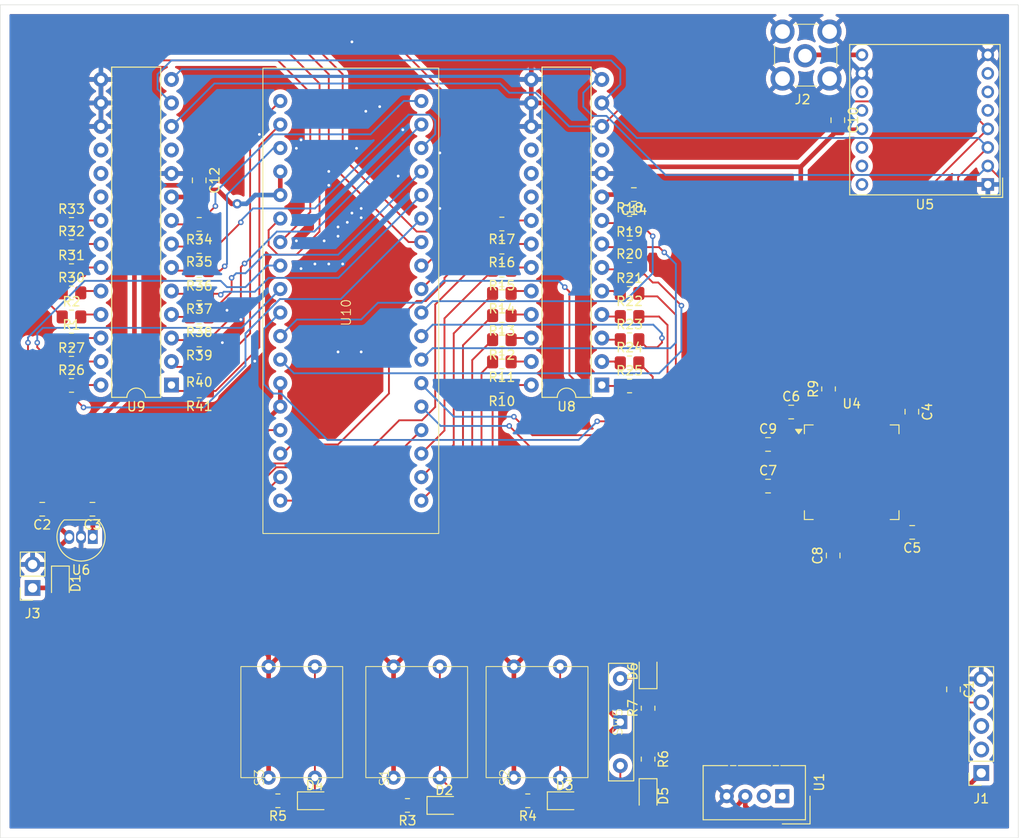
<source format=kicad_pcb>
(kicad_pcb (version 20240108) (generator "pcbnew") (generator_version "8.0")
  (layers (0 "F.Cu" signal) (31 "B.Cu" signal) (34 "B.Paste" user) (35 "F.Paste" user) (36 "B.SilkS" user "B.Silkscreen") (37 "F.SilkS" user "F.Silkscreen") (38 "B.Mask" user) (39 "F.Mask" user) (44 "Edge.Cuts" user))
  (net 0 "")
  (net 1 "GND")
  (net 2 "/mcu/RESET")
  (net 3 "+9V")
  (net 4 "+3V3")
  (net 5 "/mcu/SWCLK")
  (net 6 "/mcu/SWDIO")
  (net 7 "Net-(U5-ANT)")
  (net 8 "Net-(U9-GPA5)")
  (net 9 "Net-(U4-BOOT0)")
  (net 10 "Net-(U8-GPA7)")
  (net 11 "Net-(U10-dp1)")
  (net 12 "Net-(U8-GPA6)")
  (net 13 "Net-(U10-1g)")
  (net 14 "Net-(U8-GPA5)")
  (net 15 "Net-(U10-1f)")
  (net 16 "Net-(U8-GPA4)")
  (net 17 "Net-(U10-1e)")
  (net 18 "Net-(U8-GPA3)")
  (net 19 "Net-(U10-1d)")
  (net 20 "Net-(U8-GPA2)")
  (net 21 "Net-(U10-1c)")
  (net 22 "Net-(U10-1b)")
  (net 23 "Net-(U8-GPA1)")
  (net 24 "Net-(U8-GPA0)")
  (net 25 "Net-(U10-1a)")
  (net 26 "Net-(U10-dp2)")
  (net 27 "Net-(U8-GPB7)")
  (net 28 "Net-(U10-2g)")
  (net 29 "Net-(U8-GPB6)")
  (net 30 "Net-(U8-GPB5)")
  (net 31 "Net-(U10-2f)")
  (net 32 "Net-(U8-GPB4)")
  (net 33 "Net-(U10-2e)")
  (net 34 "Net-(U10-2d)")
  (net 35 "Net-(U8-GPB3)")
  (net 36 "Net-(U10-2c)")
  (net 37 "Net-(U8-GPB2)")
  (net 38 "Net-(U8-GPB1)")
  (net 39 "Net-(U10-2b)")
  (net 40 "Net-(U10-2a)")
  (net 41 "Net-(U8-GPB0)")
  (net 42 "Net-(U10-dp3)")
  (net 43 "Net-(U9-GPA7)")
  (net 44 "Net-(U10-3g)")
  (net 45 "Net-(U9-GPA6)")
  (net 46 "Net-(U10-3f)")
  (net 47 "Net-(U10-3d)")
  (net 48 "Net-(U9-GPA3)")
  (net 49 "Net-(U9-GPA2)")
  (net 50 "Net-(U10-3c)")
  (net 51 "Net-(U10-3b)")
  (net 52 "Net-(U9-GPA1)")
  (net 53 "Net-(U9-GPA0)")
  (net 54 "Net-(U10-3a)")
  (net 55 "Net-(U9-GPB7)")
  (net 56 "Net-(U10-dp4)")
  (net 57 "Net-(U10-4g)")
  (net 58 "Net-(U9-GPB6)")
  (net 59 "Net-(U9-GPB5)")
  (net 60 "Net-(U10-4f)")
  (net 61 "Net-(U9-GPB4)")
  (net 62 "Net-(U10-4e)")
  (net 63 "Net-(U9-GPB3)")
  (net 64 "Net-(U10-4d)")
  (net 65 "Net-(U9-GPB2)")
  (net 66 "Net-(U10-4c)")
  (net 67 "Net-(U10-4b)")
  (net 68 "Net-(U9-GPB1)")
  (net 69 "Net-(U9-GPB0)")
  (net 70 "Net-(U10-4a)")
  (net 71 "BTN_SEND_CODE")
  (net 72 "BTN_REQ_CODE")
  (net 73 "BTN_RELEASE_POD")
  (net 74 "TRISTATE_UP")
  (net 75 "TRISTATE_DOWN")
  (net 78 "RESET_IO")
  (net 86 "ADC_IN1")
  (net 94 "ADC_IN2")
  (net 97 "SCK")
  (net 98 "CS_IO3-4")
  (net 99 "MISO")
  (net 101 "MOSI")
  (net 110 "CS_IO1-2")
  (net 112 "RADIO_DONE")
  (net 114 "CS_RADIO")
  (net 127 "Net-(U10-3e)")
  (net 129 "Net-(U9-GPA4)")
  (net 130 "Net-(D2-K)")
  (net 131 "Net-(D3-K)")
  (net 132 "Net-(D4-K)")
  (net 133 "Net-(D5-K)")
  (net 134 "Net-(D6-K)")
  (net 135 "/power/batt")
  (footprint "Resistor_SMD:R_0805_2012Metric_Pad1.20x1.40mm_HandSolder" (layer "F.Cu") (at 26.7 44.72)
    (property "Reference" "R33")
    (property "Value" "470")
  )
  (footprint "Connector_PinSocket_2.54mm:PinSocket_1x05_P2.54mm_Vertical" (layer "F.Cu") (at 125 104 180)
    (property "Reference" "J1")
    (property "Value" "programmer")
  )
  (footprint "Resistor_SMD:R_0805_2012Metric_Pad1.20x1.40mm_HandSolder" (layer "F.Cu") (at 89 97 90)
    (property "Reference" "R7")
    (property "Value" "330")
  )
  (footprint "Resistor_SMD:R_0805_2012Metric_Pad1.20x1.40mm_HandSolder" (layer "F.Cu") (at 40.5 47.12 180)
    (property "Reference" "R35")
    (property "Value" "470")
  )
  (footprint "LED_SMD:LED_0805_2012Metric_Pad1.15x1.40mm_HandSolder" (layer "F.Cu") (at 89 93.025 90)
    (property "Reference" "D6")
    (property "Value" "LED")
  )
  (footprint "Capacitor_SMD:C_0805_2012Metric_Pad1.18x1.45mm_HandSolder" (layer "F.Cu") (at 109.5 33.4625 -90)
    (property "Reference" "C10")
    (property "Value" "100n")
  )
  (footprint "Resistor_SMD:R_0805_2012Metric_Pad1.20x1.40mm_HandSolder" (layer "F.Cu") (at 73.2 52.18 180)
    (property "Reference" "R14")
    (property "Value" "470")
  )
  (footprint "Capacitor_SMD:C_0805_2012Metric_Pad1.18x1.45mm_HandSolder" (layer "F.Cu") (at 101.9625 73)
    (property "Reference" "C7")
    (property "Value" "100n")
  )
  (footprint "Capacitor_SMD:C_0805_2012Metric_Pad1.18x1.45mm_HandSolder" (layer "F.Cu") (at 23.5375 75.5 180)
    (property "Reference" "C2")
    (property "Value" "0.33u")
  )
  (footprint "Capacitor_SMD:C_0805_2012Metric_Pad1.18x1.45mm_HandSolder" (layer "F.Cu") (at 117.5375 78 180)
    (property "Reference" "C5")
    (property "Value" "100n")
  )
  (footprint "Package_TO_SOT_THT:TO-92_Inline" (layer "F.Cu") (at 29 78.5 180)
    (property "Reference" "U6")
    (property "Value" "L78L33_TO92")
  )
  (footprint "Resistor_SMD:R_0805_2012Metric_Pad1.20x1.40mm_HandSolder" (layer "F.Cu") (at 26.7 59.72)
    (property "Reference" "R27")
    (property "Value" "470")
  )
  (footprint "Resistor_SMD:R_0805_2012Metric_Pad1.20x1.40mm_HandSolder" (layer "F.Cu") (at 73.2 47.18 180)
    (property "Reference" "R16")
    (property "Value" "470")
  )
  (footprint "digikey-footprints:RF_SMA_Vertical_5-1814832-1" (layer "F.Cu") (at 106.0675 26.425 180)
    (property "Reference" "J2")
    (property "Value" "5-1814832-1")
  )
  (footprint "Resistor_SMD:R_0805_2012Metric_Pad1.20x1.40mm_HandSolder" (layer "F.Cu") (at 40.5 49.72 180)
    (property "Reference" "R36")
    (property "Value" "470")
  )
  (footprint "Capacitor_SMD:C_0805_2012Metric_Pad1.18x1.45mm_HandSolder" (layer "F.Cu") (at 109 80.5 90)
    (property "Reference" "C8")
    (property "Value" "100n")
  )
  (footprint "Resistor_SMD:R_0805_2012Metric_Pad1.20x1.40mm_HandSolder" (layer "F.Cu") (at 26.7 47.12)
    (property "Reference" "R32")
    (property "Value" "470")
  )
  (footprint "Resistor_SMD:R_0805_2012Metric_Pad1.20x1.40mm_HandSolder" (layer "F.Cu") (at 26.7 49.72)
    (property "Reference" "R31")
    (property "Value" "470")
  )
  (footprint "Connector:NS-Tech_Grove_1x04_P2mm_Vertical" (layer "F.Cu") (at 103.5 106.5 -90)
    (property "Reference" "U1")
    (property "Value" "~")
  )
  (footprint "Resistor_SMD:R_0805_2012Metric_Pad1.20x1.40mm_HandSolder" (layer "F.Cu") (at 40.5 62.72 180)
    (property "Reference" "R41")
    (property "Value" "470")
  )
  (footprint "Resistor_SMD:R_0805_2012Metric_Pad1.20x1.40mm_HandSolder" (layer "F.Cu") (at 73.2 49.68 180)
    (property "Reference" "R15")
    (property "Value" "470")
  )
  (footprint "Capacitor_SMD:C_0805_2012Metric_Pad1.18x1.45mm_HandSolder" (layer "F.Cu") (at 117.5 64.9625 -90)
    (property "Reference" "C4")
    (property "Value" "100n")
  )
  (footprint "LED_SMD:LED_0805_2012Metric_Pad1.15x1.40mm_HandSolder" (layer "F.Cu") (at 52.975 107)
    (property "Reference" "D4")
    (property "Value" "LED")
  )
  (footprint "Resistor_SMD:R_0805_2012Metric_Pad1.20x1.40mm_HandSolder" (layer "F.Cu") (at 26.7 62.12)
    (property "Reference" "R26")
    (property "Value" "470")
  )
  (footprint "LED_SMD:LED_0805_2012Metric_Pad1.15x1.40mm_HandSolder" (layer "F.Cu") (at 89 106.475 -90)
    (property "Reference" "D5")
    (property "Value" "LED")
  )
  (footprint "Resistor_SMD:R_0805_2012Metric_Pad1.20x1.40mm_HandSolder" (layer "F.Cu") (at 73.2 62.18 180)
    (property "Reference" "R10")
    (property "Value" "470")
  )
  (footprint "Resistor_SMD:R_0805_2012Metric_Pad1.20x1.40mm_HandSolder" (layer "F.Cu") (at 63 107.5 180)
    (property "Reference" "R3")
    (property "Value" "330")
  )
  (footprint "RF_Module:HOPERF_RFM9XW_THT" (layer "F.Cu") (at 125.7075 40.4075 180)
    (property "Reference" "U5")
    (property "Value" "RFM98W-433S2")
  )
  (footprint "Resistor_SMD:R_0805_2012Metric_Pad1.20x1.40mm_HandSolder" (layer "F.Cu") (at 89 102.5 -90)
    (property "Reference" "R6")
    (property "Value" "330")
  )
  (footprint "sub:button" (layer "F.Cu") (at 74.5 104.5 90)
    (property "Reference" "S2")
    (property "Value" "~")
  )
  (footprint "Capacitor_SMD:C_0805_2012Metric_Pad1.18x1.45mm_HandSolder" (layer "F.Cu") (at 28.9625 75.5 180)
    (property "Reference" "C3")
    (property "Value" "0.1u")
  )
  (footprint "Resistor_SMD:R_0805_2012Metric_Pad1.20x1.40mm_HandSolder" (layer "F.Cu") (at 87 47.18)
    (property "Reference" "R19")
    (property "Value" "470")
  )
  (footprint "Resistor_SMD:R_0805_2012Metric_Pad1.20x1.40mm_HandSolder" (layer "F.Cu") (at 87 62.18)
    (property "Reference" "R25")
    (property "Value" "470")
  )
  (footprint "Package_DIP:DIP-28_W7.62mm" (layer "F.Cu") (at 37.5 62.08 180)
    (property "Reference" "U9")
    (property "Value" "MCP23S17_SP")
  )
  (footprint "LED_SMD:LED_0805_2012Metric_Pad1.15x1.40mm_HandSolder" (layer "F.Cu") (at 79.975 107)
    (property "Reference" "D3")
    (property "Value" "LED")
  )
  (footprint "Capacitor_SMD:C_0805_2012Metric_Pad1.18x1.45mm_HandSolder" (layer "F.Cu") (at 101.9625 68.5)
    (property "Reference" "C9")
    (property "Value" "100n")
  )
  (footprint "Resistor_SMD:R_0805_2012Metric_Pad1.20x1.40mm_HandSolder" (layer "F.Cu") (at 73.2 57.18 180)
    (property "Reference" "R12")
    (property "Value" "470")
  )
  (footprint "Resistor_SMD:R_0805_2012Metric_Pad1.20x1.40mm_HandSolder" (layer "F.Cu") (at 87 54.68)
    (property "Reference" "R22")
    (property "Value" "470")
  )
  (footprint "Resistor_SMD:R_0805_2012Metric_Pad1.20x1.40mm_HandSolder" (layer "F.Cu") (at 40.5 52.22 180)
    (property "Reference" "R37")
    (property "Value" "470")
  )
  (footprint "Resistor_SMD:R_0805_2012Metric_Pad1.20x1.40mm_HandSolder" (layer "F.Cu") (at 87 57.18)
    (property "Reference" "R23")
    (property "Value" "470")
  )
  (footprint "Resistor_SMD:R_0805_2012Metric_Pad1.20x1.40mm_HandSolder" (layer "F.Cu") (at 76 107 180)
    (property "Reference" "R4")
    (property "Value" "330")
  )
  (footprint "Package_QFP:LQFP-64_10x10mm_P0.5mm" (layer "F.Cu") (at 111 71.5)
    (property "Reference" "U4")
    (property "Value" "STM32L476RGTx")
  )
  (footprint "sub:seven_segment" (layer "F.Cu") (at 56.88 54.25 90)
    (property "Reference" "U10")
    (property "Value" "~")
  )
  (footprint "Resistor_SMD:R_0805_2012Metric_Pad1.20x1.40mm_HandSolder" (layer "F.Cu") (at 40.5 60.12 180)
    (property "Reference" "R40")
    (property "Value" "470")
  )
  (footprint "Resistor_SMD:R_0805_2012Metric_Pad1.20x1.40mm_HandSolder" (layer "F.Cu") (at 49 107 180)
    (property "Reference" "R5")
    (property "Value" "330")
  )
  (footprint "Resistor_SMD:R_0805_2012Metric_Pad1.20x1.40mm_HandSolder" (layer "F.Cu") (at 87 52.18)
    (property "Reference" "R21")
    (property "Value" "470")
  )
  (footprint "Resistor_SMD:R_0805_2012Metric_Pad1.20x1.40mm_HandSolder" (layer "F.Cu") (at 40.5 44.72 180)
    (property "Reference" "R34")
    (property "Value" "470")
  )
  (footprint "sub:spdt" (layer "F.Cu") (at 86.23 98.5 90)
    (property "Reference" "SW5")
    (property "Value" "SW_SPDT_MSM")
  )
  (footprint "Resistor_SMD:R_0805_2012Metric_Pad1.20x1.40mm_HandSolder" (layer "F.Cu") (at 108.5 62.5 90)
    (property "Reference" "R9")
    (property "Value" "10k")
  )
  (footprint "Resistor_SMD:R_0805_2012Metric_Pad1.20x1.40mm_HandSolder" (layer "F.Cu") (at 73.2 54.58 180)
    (property "Reference" "R13")
    (property "Value" "470")
  )
  (footprint "LED_SMD:LED_0805_2012Metric_Pad1.15x1.40mm_HandSolder" (layer "F.Cu") (at 25.5 83.5 -90)
    (property "Reference" "D1")
    (property "Value" "D")
  )
  (footprint "Resistor_SMD:R_0805_2012Metric_Pad1.20x1.40mm_HandSolder" (layer "F.Cu") (at 26.7 54.72)
    (property "Reference" "R2")
    (property "Value" "470")
  )
  (footprint "Capacitor_SMD:C_0805_2012Metric_Pad1.18x1.45mm_HandSolder" (layer "F.Cu") (at 40.5 39.9625 -90)
    (property "Reference" "C12")
    (property "Value" "100n")
  )
  (footprint "Resistor_SMD:R_0805_2012Metric_Pad1.20x1.40mm_HandSolder" (layer "F.Cu") (at 26.7 57.22)
    (property "Reference" "R1")
    (property "Value" "470")
  )
  (footprint "Resistor_SMD:R_0805_2012Metric_Pad1.20x1.40mm_HandSolder" (layer "F.Cu") (at 26.7 52.12)
    (property "Reference" "R30")
    (property "Value" "470")
  )
  (footprint "Resistor_SMD:R_0805_2012Metric_Pad1.20x1.40mm_HandSolder" (layer "F.Cu") (at 87 59.68)
    (property "Reference" "R24")
    (property "Value" "470")
  )
  (footprint "Resistor_SMD:R_0805_2012Metric_Pad1.20x1.40mm_HandSolder" (layer "F.Cu") (at 73.2 44.68 180)
    (property "Reference" "R17")
    (property "Value" "470")
  )
  (footprint "Package_DIP:DIP-28_W7.62mm" (layer "F.Cu") (at 84 62.08 180)
    (property "Reference" "U8")
    (property "Value" "MCP23S17_SP")
  )
  (footprint "LED_SMD:LED_0805_2012Metric_Pad1.15x1.40mm_HandSolder" (layer "F.Cu") (at 66.975 107.5)
    (property "Reference" "D2")
    (property "Value" "LED")
  )
  (footprint "sub:button" (layer "F.Cu") (at 48 104.5 90)
    (property "Reference" "S3")
    (property "Value" "~")
  )
  (footprint "Resistor_SMD:R_0805_2012Metric_Pad1.20x1.40mm_HandSolder" (layer "F.Cu") (at 87 44.58)
    (property "Reference" "R18")
    (property "Value" "470")
  )
  (footprint "sub:button" (layer "F.Cu") (at 61.5 104.5 90)
    (property "Reference" "S1")
    (property "Value" "~")
  )
  (footprint "Resistor_SMD:R_0805_2012Metric_Pad1.20x1.40mm_HandSolder" (layer "F.Cu") (at 87 49.58)
    (property "Reference" "R20")
    (property "Value" "470")
  )
  (footprint "Resistor_SMD:R_0805_2012Metric_Pad1.20x1.40mm_HandSolder" (layer "F.Cu") (at 40.5 54.72 180)
    (property "Reference" "R38")
    (property "Value" "470")
  )
  (footprint "Capacitor_SMD:C_0805_2012Metric_Pad1.18x1.45mm_HandSolder" (layer "F.Cu") (at 104.4625 65)
    (property "Reference" "C6")
    (property "Value" "100n")
  )
  (footprint "Resistor_SMD:R_0805_2012Metric_Pad1.20x1.40mm_HandSolder" (layer "F.Cu") (at 73.2 59.58 180)
    (property "Reference" "R11")
    (property "Value" "470")
  )
  (footprint "Connector_PinSocket_2.54mm:PinSocket_1x02_P2.54mm_Vertical" (layer "F.Cu") (at 22.5 84 180)
    (property "Reference" "J3")
    (property "Value" "9V")
  )
  (footprint "Resistor_SMD:R_0805_2012Metric_Pad1.20x1.40mm_HandSolder" (layer "F.Cu") (at 40.5 57.22 180)
    (property "Reference" "R39")
    (property "Value" "470")
  )
  (footprint "Capacitor_SMD:C_0805_2012Metric_Pad1.18x1.45mm_HandSolder" (layer "F.Cu") (at 87.4625 41.5 180)
    (property "Reference" "C14")
    (property "Value" "100n")
  )
  (footprint "Capacitor_SMD:C_0805_2012Metric_Pad1.18x1.45mm_HandSolder" (layer "F.Cu") (at 122 94.9625 -90)
    (property "Reference" "C1")
    (property "Value" "100n")
  )
  (gr_rect (start 19 21) (end 129 111) (stroke (width 0.05)) (fill none) (layer "Edge.Cuts"))
  (via (at 62.5 34.5) (size 0.6) (drill 0.3) (layers "F.Cu" "B.Cu") (net 1))
  (via (at 54.5 49) (size 0.6) (drill 0.3) (layers "F.Cu" "B.Cu") (net 1))
  (via (at 55.5 58.5) (size 0.6) (drill 0.3) (layers "F.Cu" "B.Cu") (net 1))
  (via (at 54 46.5) (size 0.6) (drill 0.3) (layers "F.Cu" "B.Cu") (net 1))
  (via (at 58 44) (size 0.6) (drill 0.3) (layers "F.Cu" "B.Cu") (net 1))
  (via (at 55.5 46) (size 0.6) (drill 0.3) (layers "F.Cu" "B.Cu") (net 1))
  (via (at 43.5 54) (size 0.6) (drill 0.3) (layers "F.Cu" "B.Cu") (net 1))
  (via (at 51.5 35.592) (size 0.6) (drill 0.3) (layers "F.Cu" "B.Cu") (net 1))
  (via (at 66.5 37) (size 0.6) (drill 0.3) (layers "F.Cu" "B.Cu") (net 1))
  (via (at 54.5 39) (size 0.6) (drill 0.3) (layers "F.Cu" "B.Cu") (net 1))
  (via (at 53 49) (size 0.6) (drill 0.3) (layers "F.Cu" "B.Cu") (net 1))
  (via (at 51 36.5) (size 0.6) (drill 0.3) (layers "F.Cu" "B.Cu") (net 1))
  (via (at 57.5 36.5) (size 0.6) (drill 0.3) (layers "F.Cu" "B.Cu") (net 1))
  (via (at 45 55) (size 0.6) (drill 0.3) (layers "F.Cu" "B.Cu") (net 1))
  (via (at 54.5 40.5) (size 0.6) (drill 0.3) (layers "F.Cu" "B.Cu") (net 1))
  (via (at 55.5 45) (size 0.6) (drill 0.3) (layers "F.Cu" "B.Cu") (net 1))
  (via (at 56 49) (size 0.6) (drill 0.3) (layers "F.Cu" "B.Cu") (net 1))
  (via (at 60 32) (size 0.6) (drill 0.3) (layers "F.Cu" "B.Cu") (net 1))
  (via (at 62 39.5) (size 0.6) (drill 0.3) (layers "F.Cu" "B.Cu") (net 1))
  (via (at 57 25) (size 0.6) (drill 0.3) (layers "F.Cu" "B.Cu") (net 1))
  (via (at 58 58.5) (size 0.6) (drill 0.3) (layers "F.Cu" "B.Cu") (net 1))
  (via (at 58.5 32.5) (size 0.6) (drill 0.3) (layers "F.Cu" "B.Cu") (net 1))
  (via (at 46.5 59.5) (size 0.6) (drill 0.3) (layers "F.Cu" "B.Cu") (net 1))
  (via (at 40.5 53.5) (size 0.6) (drill 0.3) (layers "F.Cu" "B.Cu") (net 1))
  (via (at 56.5 44.5) (size 0.6) (drill 0.3) (layers "F.Cu" "B.Cu") (net 1))
  (via (at 51 46.5) (size 0.6) (drill 0.3) (layers "F.Cu" "B.Cu") (net 1))
  (via (at 51.5 49.5) (size 0.6) (drill 0.3) (layers "F.Cu" "B.Cu") (net 1))
  (via (at 58 43) (size 0.6) (drill 0.3) (layers "F.Cu" "B.Cu") (net 1))
  (via (at 66.5 43) (size 0.6) (drill 0.3) (layers "F.Cu" "B.Cu") (net 1))
  (via (at 40.5 58.5) (size 0.6) (drill 0.3) (layers "F.Cu" "B.Cu") (net 1))
  (via (at 47 35) (size 0.6) (drill 0.3) (layers "F.Cu" "B.Cu") (net 1))
  (via (at 43 57.5) (size 0.6) (drill 0.3) (layers "F.Cu" "B.Cu") (net 1))
  (via (at 57 43.5) (size 0.6) (drill 0.3) (layers "F.Cu" "B.Cu") (net 1))
  (segment (start 125 96.38) (end 122.38 96.38) (width 0.2) (layer "F.Cu") (net 2))
  (segment (start 122.38 96.38) (end 122 96) (width 0.2) (layer "F.Cu") (net 2))
  (segment (start 25.5 82.475) (end 25.5 79.455) (width 0.5) (layer "F.Cu") (net 3))
  (segment (start 25.5 79.455) (end 26.455 78.5) (width 0.5) (layer "F.Cu") (net 3))
  (segment (start 24.575 76.615) (end 26.46 78.5) (width 0.5) (layer "F.Cu") (net 3))
  (segment (start 24.575 75.5) (end 24.575 76.615) (width 0.5) (layer "F.Cu") (net 3))
  (segment (start 49.26 41.55) (end 49.26 39.01) (width 0.5) (layer "F.Cu") (net 4))
  (segment (start 115.575 78) (end 114.75 77.175) (width 0.2) (layer "F.Cu") (net 4))
  (segment (start 37.5 41.76) (end 39.24 41.76) (width 0.5) (layer "F.Cu") (net 4))
  (segment (start 30 75.5) (end 32.17 75.5) (width 0.5) (layer "F.Cu") (net 4))
  (segment (start 106.425 65) (end 107.25 65.825) (width 0.2) (layer "F.Cu") (net 4))
  (segment (start 109 79.4625) (end 108.25 78.7125) (width 0.2) (layer "F.Cu") (net 4))
  (segment (start 48 104.5) (end 48 92.5) (width 0.5) (layer "F.Cu") (net 4))
  (segment (start 61.5 92.5) (end 64 90) (width 0.5) (layer "F.Cu") (net 4))
  (segment (start 100.92237 109) (end 120 109) (width 0.5) (layer "F.Cu") (net 4))
  (segment (start 117.5 66.925) (end 117.5 66) (width 0.2) (layer "F.Cu") (net 4))
  (segment (start 42.5 41) (end 44 42.5) (width 0.5) (layer "F.Cu") (net 4))
  (segment (start 84.26 41.5) (end 84 41.76) (width 0.5) (layer "F.Cu") (net 4))
  (segment (start 99.012 107.126291) (end 99.012 106.988) (width 0.5) (layer "F.Cu") (net 4))
  (segment (start 74.5 104.5) (end 74.5 92.5) (width 0.5) (layer "F.Cu") (net 4))
  (segment (start 74.5 92.5) (end 77.5 89.5) (width 0.5) (layer "F.Cu") (net 4))
  (segment (start 120 109) (end 125 104) (width 0.5) (layer "F.Cu") (net 4))
  (segment (start 83 95.5) (end 86 98.5) (width 0.5) (layer "F.Cu") (net 4))
  (segment (start 114.5 79.5) (end 114.75 79.25) (width 0.2) (layer "F.Cu") (net 4))
  (segment (start 114.75 77.175) (end 114.75 79.25) (width 0.2) (layer "F.Cu") (net 4))
  (segment (start 99.5 107.57763) (end 100.92237 109) (width 0.5) (layer "F.Cu") (net 4))
  (segment (start 105.5 38.5) (end 105.5 65) (width 0.5) (layer "F.Cu") (net 4))
  (segment (start 109.5 34.5) (end 112.015 34.5) (width 0.5) (layer "F.Cu") (net 4))
  (segment (start 39.24 41.76) (end 40 41) (width 0.5) (layer "F.Cu") (net 4))
  (segment (start 77.5 89.5) (end 80 89.5) (width 0.5) (layer "F.Cu") (net 4))
  (segment (start 30 75.5) (end 29.005 76.495) (width 0.5) (layer "F.Cu") (net 4))
  (segment (start 103 73) (end 103.75 73.75) (width 0.2) (layer "F.Cu") (net 4))
  (segment (start 103.75 67.75) (end 105.325 67.75) (width 0.2) (layer "F.Cu") (net 4))
  (segment (start 33.5 62) (end 30 65.5) (width 0.5) (layer "F.Cu") (net 4))
  (segment (start 50.5 90) (end 48 92.5) (width 0.5) (layer "F.Cu") (net 4))
  (segment (start 64 90) (end 72 90) (width 0.5) (layer "F.Cu") (net 4))
  (segment (start 35.17 78.5) (end 48 91.33) (width 0.5) (layer "F.Cu") (net 4))
  (segment (start 103 68.5) (end 103.75 67.75) (width 0.2) (layer "F.Cu") (net 4))
  (segment (start 85.325 108.825) (end 97.313291 108.825) (width 0.5) (layer "F.Cu") (net 4))
  (segment (start 113.5 79.5) (end 112.75 78.75) (width 0.2) (layer "F.Cu") (net 4))
  (segment (start 40.5 41) (end 39.5 41) (width 0.5) (layer "F.Cu") (net 4))
  (segment (start 108.25 78.7125) (end 108.25 77.175) (width 0.2) (layer "F.Cu") (net 4))
  (segment (start 105.5 38.5) (end 88.4625 38.5) (width 0.5) (layer "F.Cu") (net 4))
  (segment (start 109.5 34.5) (end 105.5 38.5) (width 0.5) (layer "F.Cu") (net 4))
  (segment (start 83.5 101) (end 83.5 107) (width 0.5) (layer "F.Cu") (net 4))
  (segment (start 99.5 106.5) (end 99.5 107.57763) (width 0.5) (layer "F.Cu") (net 4))
  (segment (start 86.425 41.5) (end 84.26 41.5) (width 0.5) (layer "F.Cu") (net 4))
  (segment (start 61.5 104.5) (end 61.5 92.5) (width 0.5) (layer "F.Cu") (net 4))
  (segment (start 40.5 41) (end 42.5 41) (width 0.5) (layer "F.Cu") (net 4))
  (segment (start 44 42.5) (end 44.6 42.5) (width 0.5) (layer "F.Cu") (net 4))
  (segment (start 80 89.5) (end 83 92.5) (width 0.5) (layer "F.Cu") (net 4))
  (segment (start 112.015 34.5) (end 112.1075 34.4075) (width 0.5) (layer "F.Cu") (net 4))
  (segment (start 116.675 67.75) (end 117.5 66.925) (width 0.2) (layer "F.Cu") (net 4))
  (segment (start 30 65.5) (end 30 75.5) (width 0.5) (layer "F.Cu") (net 4))
  (segment (start 112.75 78.75) (end 112.75 77.175) (width 0.2) (layer "F.Cu") (net 4))
  (segment (start 86.425 40.5375) (end 86.425 41.5) (width 0.5) (layer "F.Cu") (net 4))
  (segment (start 59 90) (end 50.5 90) (width 0.5) (layer "F.Cu") (net 4))
  (segment (start 83.5 107) (end 85.325 108.825) (width 0.5) (layer "F.Cu") (net 4))
  (segment (start 116.5 78) (end 115.575 78) (width 0.2) (layer "F.Cu") (net 4))
  (segment (start 72 90) (end 74.5 92.5) (width 0.5) (layer "F.Cu") (net 4))
  (segment (start 29 76.5) (end 30 75.5) (width 0.5) (layer "F.Cu") (net 4))
  (segment (start 86 98.5) (end 83.5 101) (width 0.5) (layer "F.Cu") (net 4))
  (segment (start 35.5 40.5) (end 33.5 42.5) (width 0.5) (layer "F.Cu") (net 4))
  (segment (start 99.012 106.988) (end 99.5 106.5) (width 0.5) (layer "F.Cu") (net 4))
  (segment (start 29 78.5) (end 29 76.5) (width 0.5) (layer "F.Cu") (net 4))
  (segment (start 83 92.5) (end 83 95.5) (width 0.5) (layer "F.Cu") (net 4))
  (segment (start 32.17 75.5) (end 35.17 78.5) (width 0.5) (layer "F.Cu") (net 4))
  (segment (start 49.26 64.41) (end 35.17 78.5) (width 0.5) (layer "F.Cu") (net 4))
  (segment (start 29.005 76.495) (end 29.005 78.5) (width 0.5) (layer "F.Cu") (net 4))
  (segment (start 33.5 42.5) (end 33.5 62) (width 0.5) (layer "F.Cu") (net 4))
  (segment (start 49.26 61.87) (end 49.26 64.41) (width 0.5) (layer "F.Cu") (net 4))
  (segment (start 61.5 92.5) (end 59 90) (width 0.5) (layer "F.Cu") (net 4))
  (segment (start 105.5 65) (end 106.425 65) (width 0.2) (layer "F.Cu") (net 4))
  (segment (start 39 40.5) (end 35.5 40.5) (width 0.5) (layer "F.Cu") (net 4))
  (segment (start 97.313291 108.825) (end 99.012 107.126291) (width 0.5) (layer "F.Cu") (net 4))
  (segment (start 48 91.33) (end 48 92.5) (width 0.5) (layer "F.Cu") (net 4))
  (segment (start 88.4625 38.5) (end 86.425 40.5375) (width 0.5) (layer "F.Cu") (net 4))
  (segment (start 39.5 41) (end 39 40.5) (width 0.5) (layer "F.Cu") (net 4))
  (segment (start 114.5 79.5) (end 113.5 79.5) (width 0.2) (layer "F.Cu") (net 4))
  (segment (start 103.75 73.75) (end 105.325 73.75) (width 0.2) (layer "F.Cu") (net 4))
  (via (at 44.6 42.5) (size 1) (drill 0.5) (layers "F.Cu" "B.Cu") (net 4))
  (segment (start 45.606023 42.5) (end 46.556023 41.55) (width 0.5) (layer "B.Cu") (net 4))
  (segment (start 44.6 42.5) (end 45.606023 42.5) (width 0.5) (layer "B.Cu") (net 4))
  (segment (start 46.556023 41.55) (end 49.26 41.55) (width 0.5) (layer "B.Cu") (net 4))
  (segment (start 112.1075 26.4075) (end 106.06 26.4075) (width 0.5) (layer "F.Cu") (net 7))
  (segment (start 106.06 26.4075) (end 105.9675 26.5) (width 0.5) (layer "F.Cu") (net 7))
  (segment (start 105.9675 26.5) (end 105.955 26.4875) (width 0.5) (layer "F.Cu") (net 7))
  (segment (start 27.92 57) (end 27.7 57.22) (width 0.2) (layer "F.Cu") (net 8))
  (segment (start 29.88 57) (end 27.92 57) (width 0.2) (layer "F.Cu") (net 8))
  (segment (start 109.25 65.825) (end 109.25 64.25) (width 0.2) (layer "F.Cu") (net 9))
  (segment (start 109.25 64.25) (end 108.5 63.5) (width 0.2) (layer "F.Cu") (net 9))
  (segment (start 76.38 62.08) (end 74.3 62.08) (width 0.2) (layer "F.Cu") (net 10))
  (segment (start 74.3 62.08) (end 74.2 62.18) (width 0.2) (layer "F.Cu") (net 10))
  (segment (start 65.5 79) (end 47.5 79) (width 0.2) (layer "F.Cu") (net 11))
  (segment (start 48.820105 70.968) (end 60.482 70.968) (width 0.2) (layer "F.Cu") (net 11))
  (segment (start 72.2 62.18) (end 72.2 72.3) (width 0.2) (layer "F.Cu") (net 11))
  (segment (start 72.2 72.3) (end 65.5 79) (width 0.2) (layer "F.Cu") (net 11))
  (segment (start 46 77.5) (end 46 73.788105) (width 0.2) (layer "F.Cu") (net 11))
  (segment (start 47.5 79) (end 46 77.5) (width 0.2) (layer "F.Cu") (net 11))
  (segment (start 60.482 70.968) (end 64.5 66.95) (width 0.2) (layer "F.Cu") (net 11))
  (segment (start 46 73.788105) (end 48.820105 70.968) (width 0.2) (layer "F.Cu") (net 11))
  (segment (start 74.24 59.54) (end 74.2 59.58) (width 0.2) (layer "F.Cu") (net 12))
  (segment (start 76.38 59.54) (end 74.24 59.54) (width 0.2) (layer "F.Cu") (net 12))
  (segment (start 47.5 76) (end 47.5 73.79) (width 0.2) (layer "F.Cu") (net 13))
  (segment (start 65 78) (end 49.5 78) (width 0.2) (layer "F.Cu") (net 13))
  (segment (start 49.5 78) (end 47.5 76) (width 0.2) (layer "F.Cu") (net 13))
  (segment (start 71 72) (end 65 78) (width 0.2) (layer "F.Cu") (net 13))
  (segment (start 47.5 73.79) (end 49.26 72.03) (width 0.2) (layer "F.Cu") (net 13))
  (segment (start 72.2 59.58) (end 71 60.78) (width 0.2) (layer "F.Cu") (net 13))
  (segment (start 71 60.78) (end 71 72) (width 0.2) (layer "F.Cu") (net 13))
  (segment (start 76.38 57) (end 74.38 57) (width 0.2) (layer "F.Cu") (net 14))
  (segment (start 74.38 57) (end 74.2 57.18) (width 0.2) (layer "F.Cu") (net 14))
  (segment (start 70 59.38) (end 70 71.5) (width 0.2) (layer "F.Cu") (net 15))
  (segment (start 64.5 77) (end 53 77) (width 0.2) (layer "F.Cu") (net 15))
  (segment (start 50.57 74.57) (end 49.26 74.57) (width 0.2) (layer "F.Cu") (net 15))
  (segment (start 53 77) (end 50.57 74.57) (width 0.2) (layer "F.Cu") (net 15))
  (segment (start 72.2 57.18) (end 70 59.38) (width 0.2) (layer "F.Cu") (net 15))
  (segment (start 70 71.5) (end 64.5 77) (width 0.2) (layer "F.Cu") (net 15))
  (segment (start 74.32 54.46) (end 74.2 54.58) (width 0.2) (layer "F.Cu") (net 16))
  (segment (start 76.38 54.46) (end 74.32 54.46) (width 0.2) (layer "F.Cu") (net 16))
  (segment (start 72.2 54.58) (end 69 57.78) (width 0.2) (layer "F.Cu") (net 17))
  (segment (start 69 70.07) (end 64.5 74.57) (width 0.2) (layer "F.Cu") (net 17))
  (segment (start 69 57.78) (end 69 70.07) (width 0.2) (layer "F.Cu") (net 17))
  (segment (start 76.38 51.92) (end 74.46 51.92) (width 0.2) (layer "F.Cu") (net 18))
  (segment (start 74.46 51.92) (end 74.2 52.18) (width 0.2) (layer "F.Cu") (net 18))
  (segment (start 72.2 52.18) (end 72.2 52.3) (width 0.2) (layer "F.Cu") (net 19))
  (segment (start 68 68.53) (end 64.5 72.03) (width 0.2) (layer "F.Cu") (net 19))
  (segment (start 72.2 52.3) (end 68 56.5) (width 0.2) (layer "F.Cu") (net 19))
  (segment (start 68 56.5) (end 68 68.53) (width 0.2) (layer "F.Cu") (net 19))
  (segment (start 76.38 49.38) (end 74.5 49.38) (width 0.2) (layer "F.Cu") (net 20))
  (segment (start 74.5 49.38) (end 74.2 49.68) (width 0.2) (layer "F.Cu") (net 20))
  (segment (start 67 66.99) (end 64.5 69.49) (width 0.2) (layer "F.Cu") (net 21))
  (segment (start 72.2 49.68) (end 67 54.88) (width 0.2) (layer "F.Cu") (net 21))
  (segment (start 67 54.88) (end 67 66.99) (width 0.2) (layer "F.Cu") (net 21))
  (segment (start 47 69.5) (end 47 68) (width 0.2) (layer "F.Cu") (net 22))
  (segment (start 48.05 66.95) (end 49.26 66.95) (width 0.2) (layer "F.Cu") (net 22))
  (segment (start 66 53.38) (end 66 64.451895) (width 0.2) (layer "F.Cu") (net 22))
  (segment (start 66 64.451895) (end 64.563895 65.888) (width 0.2) (layer "F.Cu") (net 22))
  (segment (start 72.2 47.18) (end 66 53.38) (width 0.2) (layer "F.Cu") (net 22))
  (segment (start 51.448 70.552) (end 48.052 70.552) (width 0.2) (layer "F.Cu") (net 22))
  (segment (start 58.5 69.5) (end 52.5 69.5) (width 0.2) (layer "F.Cu") (net 22))
  (segment (start 47 68) (end 48.05 66.95) (width 0.2) (layer "F.Cu") (net 22))
  (segment (start 48.052 70.552) (end 47 69.5) (width 0.2) (layer "F.Cu") (net 22))
  (segment (start 52.5 69.5) (end 51.448 70.552) (width 0.2) (layer "F.Cu") (net 22))
  (segment (start 64.563895 65.888) (end 62.112 65.888) (width 0.2) (layer "F.Cu") (net 22))
  (segment (start 62.112 65.888) (end 58.5 69.5) (width 0.2) (layer "F.Cu") (net 22))
  (segment (start 74.54 46.84) (end 74.2 47.18) (width 0.2) (layer "F.Cu") (net 23))
  (segment (start 76.38 46.84) (end 74.54 46.84) (width 0.2) (layer "F.Cu") (net 23))
  (segment (start 74.58 44.3) (end 74.2 44.68) (width 0.2) (layer "F.Cu") (net 24))
  (segment (start 76.38 44.3) (end 74.58 44.3) (width 0.2) (layer "F.Cu") (net 24))
  (segment (start 64 53) (end 61 56) (width 0.2) (layer "F.Cu") (net 25))
  (segment (start 72.2 44.68) (end 72.2 45.3) (width 0.2) (layer "F.Cu") (net 25))
  (segment (start 55.5 68.5) (end 50.52 68.5) (width 0.2) (layer "F.Cu") (net 25))
  (segment (start 67 51) (end 65 53) (width 0.2) (layer "F.Cu") (net 25))
  (segment (start 72.2 45.3) (end 67 50.5) (width 0.2) (layer "F.Cu") (net 25))
  (segment (start 61 63) (end 55.5 68.5) (width 0.2) (layer "F.Cu") (net 25))
  (segment (start 61 56) (end 61 63) (width 0.2) (layer "F.Cu") (net 25))
  (segment (start 67 50.5) (end 67 51) (width 0.2) (layer "F.Cu") (net 25))
  (segment (start 65 53) (end 64 53) (width 0.2) (layer "F.Cu") (net 25))
  (segment (start 50.52 68.5) (end 49.26 69.76) (width 0.2) (layer "F.Cu") (net 25))
  (segment (start 88.08 44.58) (end 88 44.58) (width 0.2) (layer "F.Cu") (net 26))
  (segment (start 89.5 46) (end 88.08 44.58) (width 0.2) (layer "F.Cu") (net 26))
  (via (at 89.5 46) (size 0.6) (drill 0.3) (layers "F.Cu" "B.Cu") (net 26))
  (segment (start 89.5 46) (end 89.5 50) (width 0.2) (layer "B.Cu") (net 26))
  (segment (start 86.48 53.02) (end 65.73 53.02) (width 0.2) (layer "B.Cu") (net 26))
  (segment (start 65.73 53.02) (end 64.5 54.25) (width 0.2) (layer "B.Cu") (net 26))
  (segment (start 89.5 50) (end 86.48 53.02) (width 0.2) (layer "B.Cu") (net 26))
  (segment (start 84.28 44.58) (end 84 44.3) (width 0.2) (layer "F.Cu") (net 27))
  (segment (start 86 44.58) (end 84.28 44.58) (width 0.2) (layer "F.Cu") (net 27))
  (segment (start 90.18 47.18) (end 88 47.18) (width 0.2) (layer "F.Cu") (net 28))
  (segment (start 90.75 47.75) (end 90.18 47.18) (width 0.2) (layer "F.Cu") (net 28))
  (via (at 90.75 47.75) (size 0.6) (drill 0.3) (layers "F.Cu" "B.Cu") (net 28))
  (segment (start 90.75 47.75) (end 92 49) (width 0.2) (layer "B.Cu") (net 28))
  (segment (start 65.73 58.1) (end 64.5 59.33) (width 0.2) (layer "B.Cu") (net 28))
  (segment (start 92 49) (end 92 57.5) (width 0.2) (layer "B.Cu") (net 28))
  (segment (start 91.4 58.1) (end 65.73 58.1) (width 0.2) (layer "B.Cu") (net 28))
  (segment (start 92 57.5) (end 91.4 58.1) (width 0.2) (layer "B.Cu") (net 28))
  (segment (start 86 47.18) (end 84.34 47.18) (width 0.2) (layer "F.Cu") (net 29))
  (segment (start 84.34 47.18) (end 84 46.84) (width 0.2) (layer "F.Cu") (net 29))
  (segment (start 86 49.58) (end 84.2 49.58) (width 0.2) (layer "F.Cu") (net 30))
  (segment (start 84.2 49.58) (end 84 49.38) (width 0.2) (layer "F.Cu") (net 30))
  (segment (start 90.1 51) (end 89.5 51) (width 0.2) (layer "F.Cu") (net 31))
  (segment (start 92.6 53.5) (end 90.1 51) (width 0.2) (layer "F.Cu") (net 31))
  (segment (start 89.5 51) (end 88.08 49.58) (width 0.2) (layer "F.Cu") (net 31))
  (segment (start 88.08 49.58) (end 88 49.58) (width 0.2) (layer "F.Cu") (net 31))
  (via (at 92.6 53.5) (size 0.6) (drill 0.3) (layers "F.Cu" "B.Cu") (net 31))
  (segment (start 90.192 60.808) (end 50.738 60.808) (width 0.2) (layer "B.Cu") (net 31))
  (segment (start 92.6 53.5) (end 92.6 58.4) (width 0.2) (layer "B.Cu") (net 31))
  (segment (start 92.6 58.4) (end 90.192 60.808) (width 0.2) (layer "B.Cu") (net 31))
  (segment (start 50.738 60.808) (end 49.26 59.33) (width 0.2) (layer "B.Cu") (net 31))
  (segment (start 86 52.18) (end 85.5 52.18) (width 0.2) (layer "F.Cu") (net 32))
  (segment (start 85.5 52.18) (end 85.24 51.92) (width 0.2) (layer "F.Cu") (net 32))
  (segment (start 85.24 51.92) (end 84 51.92) (width 0.2) (layer "F.Cu") (net 32))
  (segment (start 88 52.18) (end 88.32 52.5) (width 0.2) (layer "F.Cu") (net 33))
  (segment (start 90 52.5) (end 92 54.5) (width 0.2) (layer "F.Cu") (net 33))
  (segment (start 92 63) (end 86 69) (width 0.2) (layer "F.Cu") (net 33))
  (segment (start 76.5 69) (end 74 66.5) (width 0.2) (layer "F.Cu") (net 33))
  (segment (start 92 54.5) (end 92 63) (width 0.2) (layer "F.Cu") (net 33))
  (segment (start 86 69) (end 76.5 69) (width 0.2) (layer "F.Cu") (net 33))
  (segment (start 88.32 52.5) (end 90 52.5) (width 0.2) (layer "F.Cu") (net 33))
  (via (at 74 66.5) (size 0.6) (drill 0.3) (layers "F.Cu" "B.Cu") (net 33))
  (segment (start 74 66.5) (end 66.59 66.5) (width 0.2) (layer "B.Cu") (net 33))
  (segment (start 66.59 66.5) (end 64.5 64.41) (width 0.2) (layer "B.Cu") (net 33))
  (segment (start 90.18 54.68) (end 91.1 55.6) (width 0.2) (layer "F.Cu") (net 34))
  (segment (start 76.5 67.5) (end 74.5 65.5) (width 0.2) (layer "F.Cu") (net 34))
  (segment (start 91.1 55.6) (end 91.1 62.4) (width 0.2) (layer "F.Cu") (net 34))
  (segment (start 86 67.5) (end 76.5 67.5) (width 0.2) (layer "F.Cu") (net 34))
  (segment (start 91.1 62.4) (end 86 67.5) (width 0.2) (layer "F.Cu") (net 34))
  (segment (start 88 54.68) (end 90.18 54.68) (width 0.2) (layer "F.Cu") (net 34))
  (via (at 74.5 65.5) (size 0.6) (drill 0.3) (layers "F.Cu" "B.Cu") (net 34))
  (segment (start 64.5 62) (end 64.5 61.87) (width 0.2) (layer "B.Cu") (net 34))
  (segment (start 74.5 65.5) (end 68 65.5) (width 0.2) (layer "B.Cu") (net 34))
  (segment (start 68 65.5) (end 64.5 62) (width 0.2) (layer "B.Cu") (net 34))
  (segment (start 86 54.68) (end 84.22 54.68) (width 0.2) (layer "F.Cu") (net 35))
  (segment (start 84.22 54.68) (end 84 54.46) (width 0.2) (layer "F.Cu") (net 35))
  (segment (start 88.82 58) (end 88 57.18) (width 0.2) (layer "F.Cu") (net 36))
  (segment (start 90.5 57.5) (end 90 58) (width 0.2) (layer "F.Cu") (net 36))
  (segment (start 90 58) (end 88.82 58) (width 0.2) (layer "F.Cu") (net 36))
  (segment (start 90.5 57) (end 90.5 57.5) (width 0.2) (layer "F.Cu") (net 36))
  (via (at 90.5 57) (size 0.6) (drill 0.3) (layers "F.Cu" "B.Cu") (net 36))
  (segment (start 90.5 57) (end 90.5 56.5) (width 0.2) (layer "B.Cu") (net 36))
  (segment (start 89.56 55.56) (end 65.73 55.56) (width 0.2) (layer "B.Cu") (net 36))
  (segment (start 90.5 56.5) (end 89.56 55.56) (width 0.2) (layer "B.Cu") (net 36))
  (segment (start 65.73 55.56) (end 64.5 56.79) (width 0.2) (layer "B.Cu") (net 36))
  (segment (start 84.18 57.18) (end 84 57) (width 0.2) (layer "F.Cu") (net 37))
  (segment (start 86 57.18) (end 84.18 57.18) (width 0.2) (layer "F.Cu") (net 37))
  (segment (start 85.5 59.68) (end 85.36 59.54) (width 0.2) (layer "F.Cu") (net 38))
  (segment (start 85.36 59.54) (end 84 59.54) (width 0.2) (layer "F.Cu") (net 38))
  (segment (start 86 59.68) (end 85.5 59.68) (width 0.2) (layer "F.Cu") (net 38))
  (segment (start 83.5 66) (end 86 66) (width 0.2) (layer "F.Cu") (net 39))
  (segment (start 86 66) (end 89.5 62.5) (width 0.2) (layer "F.Cu") (net 39))
  (segment (start 89.5 61.18) (end 88 59.68) (width 0.2) (layer "F.Cu") (net 39))
  (segment (start 89.5 62.5) (end 89.5 61.18) (width 0.2) (layer "F.Cu") (net 39))
  (via (at 83.5 66) (size 0.6) (drill 0.3) (layers "F.Cu" "B.Cu") (net 39))
  (segment (start 49.351895 63) (end 48.5 63) (width 0.2) (layer "B.Cu") (net 39))
  (segment (start 47.5 62) (end 47.5 56.01) (width 0.2) (layer "B.Cu") (net 39))
  (segment (start 54.363895 68.012) (end 49.351895 63) (width 0.2) (layer "B.Cu") (net 39))
  (segment (start 83.5 66) (end 81.488 68.012) (width 0.2) (layer "B.Cu") (net 39))
  (segment (start 47.5 56.01) (end 49.26 54.25) (width 0.2) (layer "B.Cu") (net 39))
  (segment (start 81.488 68.012) (end 54.363895 68.012) (width 0.2) (layer "B.Cu") (net 39))
  (segment (start 48.5 63) (end 47.5 62) (width 0.2) (layer "B.Cu") (net 39))
  (segment (start 80.5 61) (end 80.5 52) (width 0.2) (layer "F.Cu") (net 40))
  (segment (start 80.5 52) (end 80 51.5) (width 0.2) (layer "F.Cu") (net 40))
  (segment (start 84 64.5) (end 80.5 61) (width 0.2) (layer "F.Cu") (net 40))
  (segment (start 88 62.18) (end 85.68 64.5) (width 0.2) (layer "F.Cu") (net 40))
  (segment (start 85.68 64.5) (end 84 64.5) (width 0.2) (layer "F.Cu") (net 40))
  (via (at 80 51.5) (size 0.6) (drill 0.3) (layers "F.Cu" "B.Cu") (net 40))
  (segment (start 59.812 53.188) (end 58 55) (width 0.2) (layer "B.Cu") (net 40))
  (segment (start 64.523895 53.188) (end 59.812 53.188) (width 0.2) (layer "B.Cu") (net 40))
  (segment (start 51.05 55) (end 49.26 56.79) (width 0.2) (layer "B.Cu") (net 40))
  (segment (start 58 55) (end 51.05 55) (width 0.2) (layer "B.Cu") (net 40))
  (segment (start 80 51.5) (end 79.32 50.82) (width 0.2) (layer "B.Cu") (net 40))
  (segment (start 66.891895 50.82) (end 64.523895 53.188) (width 0.2) (layer "B.Cu") (net 40))
  (segment (start 79.32 50.82) (end 66.891895 50.82) (width 0.2) (layer "B.Cu") (net 40))
  (segment (start 86 62.18) (end 84.1 62.18) (width 0.2) (layer "F.Cu") (net 41))
  (segment (start 84.1 62.18) (end 84 62.08) (width 0.2) (layer "F.Cu") (net 41))
  (segment (start 27.3 63.8) (end 27.3 63.72) (width 0.2) (layer "F.Cu") (net 42))
  (segment (start 28 64.5) (end 27.3 63.8) (width 0.2) (layer "F.Cu") (net 42))
  (segment (start 27.3 63.72) (end 25.7 62.12) (width 0.2) (layer "F.Cu") (net 42))
  (via (at 28 64.5) (size 0.6) (drill 0.3) (layers "F.Cu" "B.Cu") (net 42))
  (segment (start 45.5 60) (end 45.5 56.508105) (width 0.2) (layer "B.Cu") (net 42))
  (segment (start 28 64.5) (end 41 64.5) (width 0.2) (layer "B.Cu") (net 42))
  (segment (start 41 64.5) (end 45.5 60) (width 0.2) (layer "B.Cu") (net 42))
  (segment (start 45.5 56.508105) (end 49.220105 52.788) (width 0.2) (layer "B.Cu") (net 42))
  (segment (start 55.802 52.788) (end 64.5 44.09) (width 0.2) (layer "B.Cu") (net 42))
  (segment (start 49.220105 52.788) (end 55.802 52.788) (width 0.2) (layer "B.Cu") (net 42))
  (segment (start 29.88 62.08) (end 27.74 62.08) (width 0.2) (layer "F.Cu") (net 43))
  (segment (start 27.74 62.08) (end 27.7 62.12) (width 0.2) (layer "F.Cu") (net 43))
  (segment (start 25.7 59.72) (end 23.22 59.72) (width 0.2) (layer "F.Cu") (net 44))
  (segment (start 22 58.5) (end 22 57.5) (width 0.2) (layer "F.Cu") (net 44))
  (segment (start 23.22 59.72) (end 22 58.5) (width 0.2) (layer "F.Cu") (net 44))
  (via (at 22 57.5) (size 0.6) (drill 0.3) (layers "F.Cu" "B.Cu") (net 44))
  (segment (start 22 57.5) (end 22 56.934314) (width 0.2) (layer "B.Cu") (net 44))
  (segment (start 47.83 49.17) (end 49.26 49.17) (width 0.2) (layer "B.Cu") (net 44))
  (segment (start 42.82 50.82) (end 43.5 51.5) (width 0.2) (layer "B.Cu") (net 44))
  (segment (start 22 56.934314) (end 28.114314 50.82) (width 0.2) (layer "B.Cu") (net 44))
  (segment (start 43.5 51.5) (end 45.5 51.5) (width 0.2) (layer "B.Cu") (net 44))
  (segment (start 28.114314 50.82) (end 42.82 50.82) (width 0.2) (layer "B.Cu") (net 44))
  (segment (start 45.5 51.5) (end 47.83 49.17) (width 0.2) (layer "B.Cu") (net 44))
  (segment (start 27.88 59.54) (end 27.7 59.72) (width 0.2) (layer "F.Cu") (net 45))
  (segment (start 29.88 59.54) (end 27.88 59.54) (width 0.2) (layer "F.Cu") (net 45))
  (segment (start 25.7 57.22) (end 24.42 58.5) (width 0.2) (layer "F.Cu") (net 46))
  (segment (start 24 58.5) (end 23.5 58.5) (width 0.2) (layer "F.Cu") (net 46))
  (segment (start 23 58) (end 23 57.5) (width 0.2) (layer "F.Cu") (net 46))
  (segment (start 23.5 58.5) (end 23 58) (width 0.2) (layer "F.Cu") (net 46))
  (segment (start 24.42 58.5) (end 24 58.5) (width 0.2) (layer "F.Cu") (net 46))
  (via (at 23 57.5) (size 0.6) (drill 0.3) (layers "F.Cu" "B.Cu") (net 46))
  (segment (start 23.6 55.9) (end 45.07 55.9) (width 0.2) (layer "B.Cu") (net 46))
  (segment (start 23 56.5) (end 23.6 55.9) (width 0.2) (layer "B.Cu") (net 46))
  (segment (start 45.07 55.9) (end 49.26 51.71) (width 0.2) (layer "B.Cu") (net 46))
  (segment (start 23 57.5) (end 23 56.5) (width 0.2) (layer "B.Cu") (net 46))
  (segment (start 64.915 49.17) (end 64.5 49.17) (width 0.2) (layer "F.Cu") (net 47))
  (segment (start 65.5 45.5) (end 66.5 46.5) (width 0.2) (layer "F.Cu") (net 47))
  (segment (start 66.5 47.585) (end 64.915 49.17) (width 0.2) (layer "F.Cu") (net 47))
  (segment (start 22 48.42) (end 22 29) (width 0.2) (layer "F.Cu") (net 47))
  (segment (start 64 45.5) (end 65.5 45.5) (width 0.2) (layer "F.Cu") (net 47))
  (segment (start 51.5 24) (end 56 28.5) (width 0.2) (layer "F.Cu") (net 47))
  (segment (start 56 28.5) (end 56 37.5) (width 0.2) (layer "F.Cu") (net 47))
  (segment (start 27 24) (end 51.5 24) (width 0.2) (layer "F.Cu") (net 47))
  (segment (start 66.5 46.5) (end 66.5 47.585) (width 0.2) (layer "F.Cu") (net 47))
  (segment (start 22 29) (end 27 24) (width 0.2) (layer "F.Cu") (net 47))
  (segment (start 25.7 52.12) (end 22 48.42) (width 0.2) (layer "F.Cu") (net 47))
  (segment (start 56 37.5) (end 64 45.5) (width 0.2) (layer "F.Cu") (net 47))
  (segment (start 29.88 51.92) (end 27.9 51.92) (width 0.2) (layer "F.Cu") (net 48))
  (segment (start 27.9 51.92) (end 27.7 52.12) (width 0.2) (layer "F.Cu") (net 48))
  (segment (start 28.04 49.38) (end 27.7 49.72) (width 0.2) (layer "F.Cu") (net 49))
  (segment (start 29.88 49.38) (end 28.04 49.38) (width 0.2) (layer "F.Cu") (net 49))
  (segment (start 54.5 28.5) (end 54.5 38) (width 0.2) (layer "F.Cu") (net 50))
  (segment (start 23 29.5) (end 27.5 25) (width 0.2) (layer "F.Cu") (net 50))
  (segment (start 51 25) (end 54.5 28.5) (width 0.2) (layer "F.Cu") (net 50))
  (segment (start 23 47.02) (end 23 29.5) (width 0.2) (layer "F.Cu") (net 50))
  (segment (start 25.7 49.72) (end 23 47.02) (width 0.2) (layer "F.Cu") (net 50))
  (segment (start 54.5 38) (end 63.13 46.63) (width 0.2) (layer "F.Cu") (net 50))
  (segment (start 27.5 25) (end 51 25) (width 0.2) (layer "F.Cu") (net 50))
  (segment (start 63.13 46.63) (end 64.5 46.63) (width 0.2) (layer "F.Cu") (net 50))
  (segment (start 28 26) (end 50 26) (width 0.2) (layer "F.Cu") (net 51))
  (segment (start 49 48) (end 48 47) (width 0.2) (layer "F.Cu") (net 51))
  (segment (start 53.5 45.5) (end 51 48) (width 0.2) (layer "F.Cu") (net 51))
  (segment (start 50 26) (end 53.5 29.5) (width 0.2) (layer "F.Cu") (net 51))
  (segment (start 24 45.42) (end 24 30) (width 0.2) (layer "F.Cu") (net 51))
  (segment (start 51 48) (end 49 48) (width 0.2) (layer "F.Cu") (net 51))
  (segment (start 48 45.35) (end 49.26 44.09) (width 0.2) (layer "F.Cu") (net 51))
  (segment (start 53.5 29.5) (end 53.5 45.5) (width 0.2) (layer "F.Cu") (net 51))
  (segment (start 25.7 47.12) (end 24 45.42) (width 0.2) (layer "F.Cu") (net 51))
  (segment (start 24 30) (end 28 26) (width 0.2) (layer "F.Cu") (net 51))
  (segment (start 48 47) (end 48 45.35) (width 0.2) (layer "F.Cu") (net 51))
  (segment (start 27.98 46.84) (end 27.7 47.12) (width 0.2) (layer "F.Cu") (net 52))
  (segment (start 29.88 46.84) (end 27.98 46.84) (width 0.2) (layer "F.Cu") (net 52))
  (segment (start 28.12 44.3) (end 27.7 44.72) (width 0.2) (layer "F.Cu") (net 53))
  (segment (start 29.88 44.3) (end 28.12 44.3) (width 0.2) (layer "F.Cu") (net 53))
  (segment (start 49 27) (end 52.5 30.5) (width 0.2) (layer "F.Cu") (net 54))
  (segment (start 52.5 30.5) (end 52.5 43.39) (width 0.2) (layer "F.Cu") (net 54))
  (segment (start 25.7 44.72) (end 25.7 29.8) (width 0.2) (layer "F.Cu") (net 54))
  (segment (start 28.5 27) (end 49 27) (width 0.2) (layer "F.Cu") (net 54))
  (segment (start 25.7 29.8) (end 28.5 27) (width 0.2) (layer "F.Cu") (net 54))
  (segment (start 52.5 43.39) (end 49.26 46.63) (width 0.2) (layer "F.Cu") (net 54))
  (segment (start 37.92 44.72) (end 37.5 44.3) (width 0.2) (layer "F.Cu") (net 55))
  (segment (start 39.5 44.72) (end 37.92 44.72) (width 0.2) (layer "F.Cu") (net 55))
  (segment (start 41.5 43.5) (end 41.5 44.72) (width 0.2) (layer "F.Cu") (net 56))
  (segment (start 42.25 42.75) (end 41.5 43.5) (width 0.2) (layer "F.Cu") (net 56))
  (via (at 42.25 42.75) (size 0.6) (drill 0.3) (layers "F.Cu" "B.Cu") (net 56))
  (segment (start 42.25 41.25) (end 48.508 34.992) (width 0.2) (layer "B.Cu") (net 56))
  (segment (start 62.61 31.39) (end 64.5 31.39) (width 0.2) (layer "B.Cu") (net 56))
  (segment (start 48.508 34.992) (end 59.008 34.992) (width 0.2) (layer "B.Cu") (net 56))
  (segment (start 42.25 42.75) (end 42.25 41.25) (width 0.2) (layer "B.Cu") (net 56))
  (segment (start 59.008 34.992) (end 62.61 31.39) (width 0.2) (layer "B.Cu") (net 56))
  (segment (start 42.38 47.12) (end 45 44.5) (width 0.2) (layer "F.Cu") (net 57))
  (segment (start 41.5 47.12) (end 42.38 47.12) (width 0.2) (layer "F.Cu") (net 57))
  (via (at 45 44.5) (size 0.6) (drill 0.3) (layers "F.Cu" "B.Cu") (net 57))
  (segment (start 66 34.97) (end 64.5 36.47) (width 0.2) (layer "B.Cu") (net 57))
  (segment (start 63.132 32.868) (end 65.368 32.868) (width 0.2) (layer "B.Cu") (net 57))
  (segment (start 45 44.308105) (end 46.308105 43) (width 0.2) (layer "B.Cu") (net 57))
  (segment (start 66 33.5) (end 66 34.97) (width 0.2) (layer "B.Cu") (net 57))
  (segment (start 65.368 32.868) (end 66 33.5) (width 0.2) (layer "B.Cu") (net 57))
  (segment (start 46.308105 43) (end 53 43) (width 0.2) (layer "B.Cu") (net 57))
  (segment (start 53 43) (end 63.132 32.868) (width 0.2) (layer "B.Cu") (net 57))
  (segment (start 45 44.5) (end 45 44.308105) (width 0.2) (layer "B.Cu") (net 57))
  (segment (start 39.5 47.12) (end 37.78 47.12) (width 0.2) (layer "F.Cu") (net 58))
  (segment (start 37.78 47.12) (end 37.5 46.84) (width 0.2) (layer "F.Cu") (net 58))
  (segment (start 37.84 49.72) (end 37.5 49.38) (width 0.2) (layer "F.Cu") (net 59))
  (segment (start 39.5 49.72) (end 37.84 49.72) (width 0.2) (layer "F.Cu") (net 59))
  (segment (start 43.25 49.25) (end 42.78 49.72) (width 0.2) (layer "F.Cu") (net 60))
  (segment (start 42.78 49.72) (end 41.5 49.72) (width 0.2) (layer "F.Cu") (net 60))
  (via (at 43.25 49.25) (size 0.6) (drill 0.3) (layers "F.Cu" "B.Cu") (net 60))
  (segment (start 43.25 49.25) (end 43.5 49) (width 0.2) (layer "B.Cu") (net 60))
  (segment (start 43.5 41.5) (end 48.53 36.47) (width 0.2) (layer "B.Cu") (net 60))
  (segment (start 48.53 36.47) (end 49.26 36.47) (width 0.2) (layer "B.Cu") (net 60))
  (segment (start 43.5 49) (end 43.5 41.5) (width 0.2) (layer "B.Cu") (net 60))
  (segment (start 39.5 52.22) (end 37.8 52.22) (width 0.2) (layer "F.Cu") (net 61))
  (segment (start 37.8 52.22) (end 37.5 51.92) (width 0.2) (layer "F.Cu") (net 61))
  (segment (start 42.825735 52.325735) (end 42.72 52.22) (width 0.2) (layer "F.Cu") (net 62))
  (segment (start 42.72 52.22) (end 41.5 52.22) (width 0.2) (layer "F.Cu") (net 62))
  (via (at 42.825735 52.325735) (size 0.6) (drill 0.3) (layers "F.Cu" "B.Cu") (net 62))
  (segment (start 48 50.5) (end 55.55 50.5) (width 0.2) (layer "B.Cu") (net 62))
  (segment (start 42.825735 52.325735) (end 43.15147 52) (width 0.2) (layer "B.Cu") (net 62))
  (segment (start 55.55 50.5) (end 64.5 41.55) (width 0.2) (layer "B.Cu") (net 62))
  (segment (start 46.5 52) (end 48 50.5) (width 0.2) (layer "B.Cu") (net 62))
  (segment (start 43.15147 52) (end 46.5 52) (width 0.2) (layer "B.Cu") (net 62))
  (segment (start 37.76 54.72) (end 37.5 54.46) (width 0.2) (layer "F.Cu") (net 63))
  (segment (start 39.5 54.72) (end 37.76 54.72) (width 0.2) (layer "F.Cu") (net 63))
  (segment (start 44 50.5) (end 44 52) (width 0.2) (layer "F.Cu") (net 64))
  (segment (start 41.5 54.5) (end 41.5 54.72) (width 0.2) (layer "F.Cu") (net 64))
  (segment (start 44 52) (end 41.5 54.5) (width 0.2) (layer "F.Cu") (net 64))
  (via (at 44 50.5) (size 0.6) (drill 0.3) (layers "F.Cu" "B.Cu") (net 64))
  (segment (start 45.5 50) (end 47.5 48) (width 0.2) (layer "B.Cu") (net 64))
  (segment (start 55.51 48) (end 64.5 39.01) (width 0.2) (layer "B.Cu") (net 64))
  (segment (start 47.5 48) (end 55.51 48) (width 0.2) (layer "B.Cu") (net 64))
  (segment (start 44 50.5) (end 44.5 50) (width 0.2) (layer "B.Cu") (net 64))
  (segment (start 44.5 50) (end 45.5 50) (width 0.2) (layer "B.Cu") (net 64))
  (segment (start 37.72 57.22) (end 37.5 57) (width 0.2) (layer "F.Cu") (net 65))
  (segment (start 39.5 57.22) (end 37.72 57.22) (width 0.2) (layer "F.Cu") (net 65))
  (segment (start 45 49.344052) (end 45 53.72) (width 0.2) (layer "F.Cu") (net 66))
  (segment (start 45 53.72) (end 41.5 57.22) (width 0.2) (layer "F.Cu") (net 66))
  (segment (start 45.4 48.944052) (end 45 49.344052) (width 0.2) (layer "F.Cu") (net 66))
  (via (at 45.4 48.944052) (size 0.6) (drill 0.3) (layers "F.Cu" "B.Cu") (net 66))
  (segment (start 45.4 48.944052) (end 45.444053 48.944052) (width 0.2) (layer "B.Cu") (net 66))
  (segment (start 48.888105 45.5) (end 52.93 45.5) (width 0.2) (layer "B.Cu") (net 66))
  (segment (start 52.93 45.5) (end 64.5 33.93) (width 0.2) (layer "B.Cu") (net 66))
  (segment (start 45.444053 48.944052) (end 48.888105 45.5) (width 0.2) (layer "B.Cu") (net 66))
  (segment (start 46 56.5) (end 46 34.65) (width 0.2) (layer "F.Cu") (net 67))
  (segment (start 46 34.65) (end 49.26 31.39) (width 0.2) (layer "F.Cu") (net 67))
  (segment (start 41.5 60.12) (end 42.38 60.12) (width 0.2) (layer "F.Cu") (net 67))
  (segment (start 42.38 60.12) (end 46 56.5) (width 0.2) (layer "F.Cu") (net 67))
  (segment (start 39.5 60.12) (end 38.08 60.12) (width 0.2) (layer "F.Cu") (net 68))
  (segment (start 38.08 60.12) (end 37.5 59.54) (width 0.2) (layer "F.Cu") (net 68))
  (segment (start 39.5 62.72) (end 38.14 62.72) (width 0.2) (layer "F.Cu") (net 69))
  (segment (start 38.14 62.72) (end 37.5 62.08) (width 0.2) (layer "F.Cu") (net 69))
  (segment (start 42.28 62.72) (end 47 58) (width 0.2) (layer "F.Cu") (net 70))
  (segment (start 47 36.19) (end 49.26 33.93) (width 0.2) (layer "F.Cu") (net 70))
  (segment (start 47 58) (end 47 36.19) (width 0.2) (layer "F.Cu") (net 70))
  (segment (start 41.5 62.72) (end 42.28 62.72) (width 0.2) (layer "F.Cu") (net 70))
  (segment (start 66.5 104.5) (end 66.5 92.5) (width 0.2) (layer "F.Cu") (net 71))
  (segment (start 68 106) (end 66.5 104.5) (width 0.2) (layer "F.Cu") (net 71))
  (segment (start 68 107.5) (end 68 106) (width 0.2) (layer "F.Cu") (net 71))
  (segment (start 79.5 104.5) (end 79.5 92.5) (width 0.2) (layer "F.Cu") (net 72))
  (segment (start 53 92.5) (end 53 104.5) (width 0.2) (layer "F.Cu") (net 73))
  (segment (start 53 104.5) (end 53 106) (width 0.2) (layer "F.Cu") (net 73))
  (segment (start 53 106) (end 54 107) (width 0.2) (layer "F.Cu") (net 73))
  (segment (start 89 107.5) (end 86 104.5) (width 0.2) (layer "F.Cu") (net 74))
  (segment (start 86 104.5) (end 86 103.199) (width 0.2) (layer "F.Cu") (net 74))
  (segment (start 86 93.801) (end 87.199 93.801) (width 0.2) (layer "F.Cu") (net 75))
  (segment (start 87.199 93.801) (end 89 92) (width 0.2) (layer "F.Cu") (net 75))
  (segment (start 122.7325 31.4325) (end 86.7075 31.4325) (width 0.2) (layer "F.Cu") (net 97))
  (segment (start 125.7075 34.4075) (end 122.7325 31.4325) (width 0.2) (layer "F.Cu") (net 97))
  (segment (start 111.75 48.365) (end 125.7075 34.4075) (width 0.2) (layer "F.Cu") (net 97))
  (segment (start 86.7075 31.4325) (end 84 34.14) (width 0.2) (layer "F.Cu") (net 97))
  (segment (start 111.75 65.825) (end 111.75 48.365) (width 0.2) (layer "F.Cu") (net 97))
  (segment (start 42.14 29.5) (end 37.5 34.14) (width 0.2) (layer "B.Cu") (net 97))
  (segment (start 73 29.5) (end 42.14 29.5) (width 0.2) (layer "B.Cu") (net 97))
  (segment (start 74 30.5) (end 73 29.5) (width 0.2) (layer "B.Cu") (net 97))
  (segment (start 76.835635 30.5) (end 74 30.5) (width 0.2) (layer "B.Cu") (net 97))
  (segment (start 80.475635 34.14) (end 76.835635 30.5) (width 0.2) (layer "B.Cu") (net 97))
  (segment (start 84 34.14) (end 80.475635 34.14) (width 0.2) (layer "B.Cu") (net 97))
  (segment (start 127.5 75) (end 127.5 40.2) (width 0.2) (layer "F.Cu") (net 99))
  (segment (start 109.75 77.175) (end 109.75 78.615256) (width 0.2) (layer "F.Cu") (net 99))
  (segment (start 127.5 40.2) (end 125.7075 38.4075) (width 0.2) (layer "F.Cu") (net 99))
  (segment (start 120 82.5) (end 127.5 75) (width 0.2) (layer "F.Cu") (net 99))
  (segment (start 113.634744 82.5) (end 120 82.5) (width 0.2) (layer "F.Cu") (net 99))
  (segment (start 109.75 78.615256) (end 113.634744 82.5) (width 0.2) (layer "F.Cu") (net 99))
  (segment (start 82.9 27.96) (end 38.6 27.96) (width 0.2) (layer "B.Cu") (net 99))
  (segment (start 125.7075 38.4075) (end 124.7325 39.3825) (width 0.2) (layer "B.Cu") (net 99))
  (segment (start 82 32) (end 82 30.5) (width 0.2) (layer "B.Cu") (net 99))
  (segment (start 83.44 29.06) (end 84 29.06) (width 0.2) (layer "B.Cu") (net 99))
  (segment (start 38.6 27.96) (end 37.5 29.06) (width 0.2) (layer "B.Cu") (net 99))
  (segment (start 83 33) (end 82 32) (width 0.2) (layer "B.Cu") (net 99))
  (segment (start 84 29.06) (end 82.9 27.96) (width 0.2) (layer "B.Cu") (net 99))
  (segment (start 82 30.5) (end 83.44 29.06) (width 0.2) (layer "B.Cu") (net 99))
  (segment (start 90.8825 39.3825) (end 84.5 33) (width 0.2) (layer "B.Cu") (net 99))
  (segment (start 124.7325 39.3825) (end 90.8825 39.3825) (width 0.2) (layer "B.Cu") (net 99))
  (segment (start 84.5 33) (end 83 33) (width 0.2) (layer "B.Cu") (net 99))
  (segment (start 122.5 39.615) (end 122.5 77.5) (width 0.2) (layer "F.Cu") (net 101))
  (segment (start 110.25 77.98241) (end 110.25 77.175) (width 0.2) (layer "F.Cu") (net 101))
  (segment (start 119.5 80.5) (end 112.76759 80.5) (width 0.2) (layer "F.Cu") (net 101))
  (segment (start 122.5 77.5) (end 119.5 80.5) (width 0.2) (layer "F.Cu") (net 101))
  (segment (start 125.7075 36.4075) (end 122.5 39.615) (width 0.2) (layer "F.Cu") (net 101))
  (segment (start 112.76759 80.5) (end 110.25 77.98241) (width 0.2) (layer "F.Cu") (net 101))
  (segment (start 36 28.5) (end 36 30.1) (width 0.2) (layer "B.Cu") (net 101))
  (segment (start 86 28) (end 85 27) (width 0.2) (layer "B.Cu") (net 101))
  (segment (start 86 29.6) (end 86 28) (width 0.2) (layer "B.Cu") (net 101))
  (segment (start 85 27) (end 37.5 27) (width 0.2) (layer "B.Cu") (net 101))
  (segment (start 37.5 27) (end 36 28.5) (width 0.2) (layer "B.Cu") (net 101))
  (segment (start 125.7075 36.4075) (end 124.6825 35.3825) (width 0.2) (layer "B.Cu") (net 101))
  (segment (start 84 31.6) (end 86 29.6) (width 0.2) (layer "B.Cu") (net 101))
  (segment (start 87.7825 35.3825) (end 84 31.6) (width 0.2) (layer "B.Cu") (net 101))
  (segment (start 36 30.1) (end 37.5 31.6) (width 0.2) (layer "B.Cu") (net 101))
  (segment (start 124.6825 35.3825) (end 87.7825 35.3825) (width 0.2) (layer "B.Cu") (net 101))
  (segment (start 21 50.02) (end 21 28.5) (width 0.2) (layer "F.Cu") (net 127))
  (segment (start 68 48.21) (end 64.5 51.71) (width 0.2) (layer "F.Cu") (net 127))
  (segment (start 59.5 23) (end 68 31.5) (width 0.2) (layer "F.Cu") (net 127))
  (segment (start 26.5 23) (end 59.5 23) (width 0.2) (layer "F.Cu") (net 127))
  (segment (start 68 31.5) (end 68 48.21) (width 0.2) (layer "F.Cu") (net 127))
  (segment (start 25.7 54.72) (end 21 50.02) (width 0.2) (layer "F.Cu") (net 127))
  (segment (start 21 28.5) (end 26.5 23) (width 0.2) (layer "F.Cu") (net 127))
  (segment (start 29.88 54.46) (end 27.96 54.46) (width 0.2) (layer "F.Cu") (net 129))
  (segment (start 27.96 54.46) (end 27.7 54.72) (width 0.2) (layer "F.Cu") (net 129))
  (segment (start 65.95 107.5) (end 64 107.5) (width 0.2) (layer "F.Cu") (net 130))
  (segment (start 51.95 107) (end 50 107) (width 0.2) (layer "F.Cu") (net 132))
  (segment (start 89 105.45) (end 89 103.5) (width 0.2) (layer "F.Cu") (net 133))
  (segment (start 89 94.05) (end 89 96) (width 0.2) (layer "F.Cu") (net 134))
  (segment (start 22.5 84) (end 24.975 84) (width 0.5) (layer "F.Cu") (net 135))
  (segment (start 24.975 84) (end 25.5 84.525) (width 0.5) (layer "F.Cu") (net 135))
  (zone (net 1) (net_name "GND") (layer "F.Cu") (connect_pads (clearance 0.5)) (min_thickness 0.25) (fill yes (thermal_gap 0.5) (thermal_bridge_width 0.5))
    (polygon (pts (xy 20 22) (xy 128 22) (xy 128 110) (xy 20 110)))
  )
  (zone (net 1) (net_name "GND") (layer "B.Cu") (priority 1) (connect_pads (clearance 0.5)) (min_thickness 0.25) (fill yes (thermal_gap 0.5) (thermal_bridge_width 0.5))
    (polygon (pts (xy 20 22) (xy 128 22) (xy 128 110) (xy 20 110)))
  )
)
</source>
